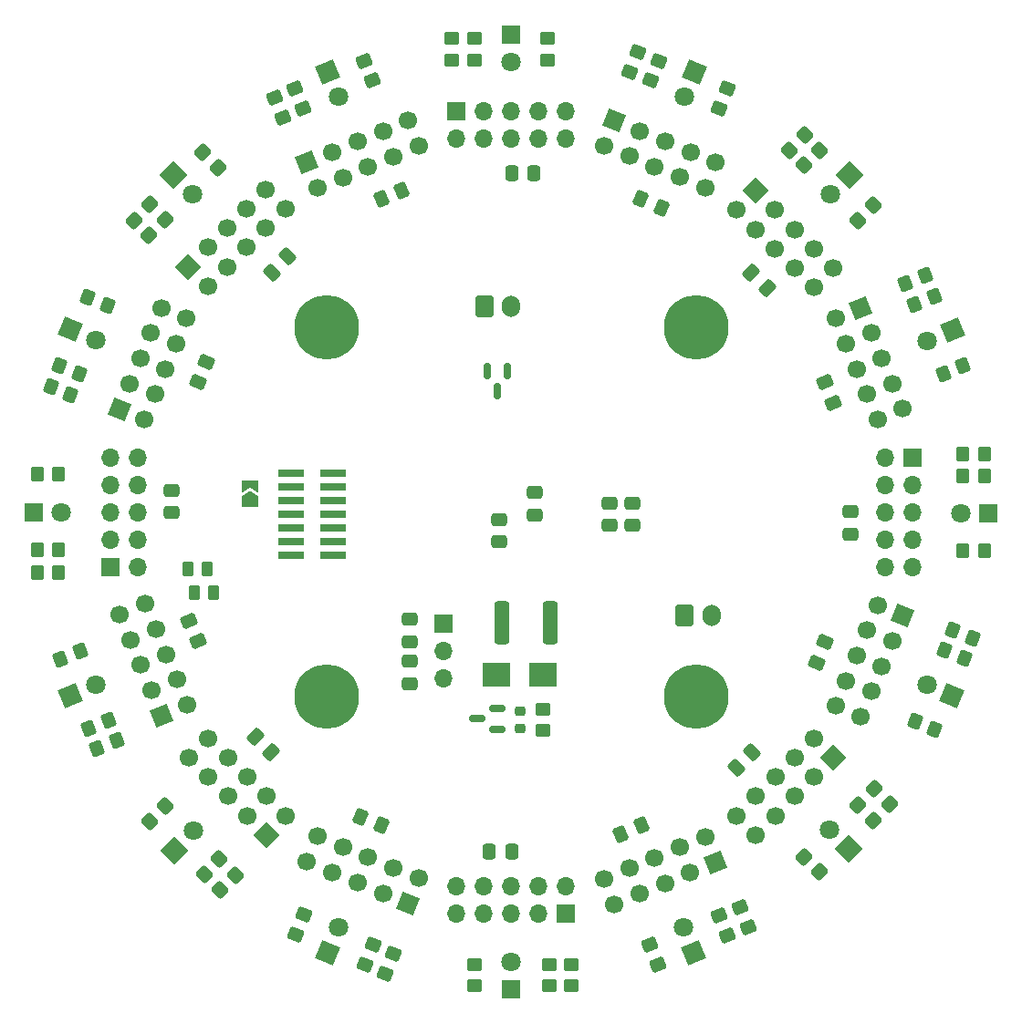
<source format=gts>
G04 #@! TF.GenerationSoftware,KiCad,Pcbnew,(6.0.8)*
G04 #@! TF.CreationDate,2022-11-17T16:59:53+01:00*
G04 #@! TF.ProjectId,detection_pcb,64657465-6374-4696-9f6e-5f7063622e6b,rev?*
G04 #@! TF.SameCoordinates,Original*
G04 #@! TF.FileFunction,Soldermask,Top*
G04 #@! TF.FilePolarity,Negative*
%FSLAX46Y46*%
G04 Gerber Fmt 4.6, Leading zero omitted, Abs format (unit mm)*
G04 Created by KiCad (PCBNEW (6.0.8)) date 2022-11-17 16:59:53*
%MOMM*%
%LPD*%
G01*
G04 APERTURE LIST*
G04 Aperture macros list*
%AMRoundRect*
0 Rectangle with rounded corners*
0 $1 Rounding radius*
0 $2 $3 $4 $5 $6 $7 $8 $9 X,Y pos of 4 corners*
0 Add a 4 corners polygon primitive as box body*
4,1,4,$2,$3,$4,$5,$6,$7,$8,$9,$2,$3,0*
0 Add four circle primitives for the rounded corners*
1,1,$1+$1,$2,$3*
1,1,$1+$1,$4,$5*
1,1,$1+$1,$6,$7*
1,1,$1+$1,$8,$9*
0 Add four rect primitives between the rounded corners*
20,1,$1+$1,$2,$3,$4,$5,0*
20,1,$1+$1,$4,$5,$6,$7,0*
20,1,$1+$1,$6,$7,$8,$9,0*
20,1,$1+$1,$8,$9,$2,$3,0*%
%AMHorizOval*
0 Thick line with rounded ends*
0 $1 width*
0 $2 $3 position (X,Y) of the first rounded end (center of the circle)*
0 $4 $5 position (X,Y) of the second rounded end (center of the circle)*
0 Add line between two ends*
20,1,$1,$2,$3,$4,$5,0*
0 Add two circle primitives to create the rounded ends*
1,1,$1,$2,$3*
1,1,$1,$4,$5*%
%AMRotRect*
0 Rectangle, with rotation*
0 The origin of the aperture is its center*
0 $1 length*
0 $2 width*
0 $3 Rotation angle, in degrees counterclockwise*
0 Add horizontal line*
21,1,$1,$2,0,0,$3*%
%AMFreePoly0*
4,1,6,1.000000,0.000000,0.500000,-0.750000,-0.500000,-0.750000,-0.500000,0.750000,0.500000,0.750000,1.000000,0.000000,1.000000,0.000000,$1*%
%AMFreePoly1*
4,1,6,0.500000,-0.750000,-0.650000,-0.750000,-0.150000,0.000000,-0.650000,0.750000,0.500000,0.750000,0.500000,-0.750000,0.500000,-0.750000,$1*%
G04 Aperture macros list end*
%ADD10RoundRect,0.250000X0.450000X-0.350000X0.450000X0.350000X-0.450000X0.350000X-0.450000X-0.350000X0*%
%ADD11RoundRect,0.250000X-0.574524X-0.097227X-0.097227X-0.574524X0.574524X0.097227X0.097227X0.574524X0*%
%ADD12FreePoly0,90.000000*%
%ADD13FreePoly1,90.000000*%
%ADD14RoundRect,0.250000X0.565685X0.070711X0.070711X0.565685X-0.565685X-0.070711X-0.070711X-0.565685X0*%
%ADD15RoundRect,0.250000X-0.475000X0.337500X-0.475000X-0.337500X0.475000X-0.337500X0.475000X0.337500X0*%
%ADD16RoundRect,0.250000X-0.565685X-0.070711X-0.070711X-0.565685X0.565685X0.070711X0.070711X0.565685X0*%
%ADD17RoundRect,0.250000X0.549685X-0.151150X0.281807X0.495565X-0.549685X0.151150X-0.281807X-0.495565X0*%
%ADD18RoundRect,0.250000X-0.600000X-0.750000X0.600000X-0.750000X0.600000X0.750000X-0.600000X0.750000X0*%
%ADD19O,1.700000X2.000000*%
%ADD20RoundRect,0.250000X0.567998X-0.130035X0.309687X0.493584X-0.567998X0.130035X-0.309687X-0.493584X0*%
%ADD21RoundRect,0.250000X-0.070711X0.565685X-0.565685X0.070711X0.070711X-0.565685X0.565685X-0.070711X0*%
%ADD22RoundRect,0.250000X-0.281807X0.495565X-0.549685X-0.151150X0.281807X-0.495565X0.549685X0.151150X0*%
%ADD23RoundRect,0.250000X-0.151150X-0.549685X0.495565X-0.281807X0.151150X0.549685X-0.495565X0.281807X0*%
%ADD24RotRect,1.700000X1.700000X157.500000*%
%ADD25HorizOval,1.700000X0.000000X0.000000X0.000000X0.000000X0*%
%ADD26RoundRect,0.250000X0.475000X-0.337500X0.475000X0.337500X-0.475000X0.337500X-0.475000X-0.337500X0*%
%ADD27RoundRect,0.250000X0.281807X-0.495565X0.549685X0.151150X-0.281807X0.495565X-0.549685X-0.151150X0*%
%ADD28RotRect,1.700000X1.700000X22.500000*%
%ADD29HorizOval,1.700000X0.000000X0.000000X0.000000X0.000000X0*%
%ADD30RoundRect,0.250000X-0.450000X0.350000X-0.450000X-0.350000X0.450000X-0.350000X0.450000X0.350000X0*%
%ADD31C,6.000000*%
%ADD32RoundRect,0.250000X0.070711X-0.565685X0.565685X-0.070711X-0.070711X0.565685X-0.565685X0.070711X0*%
%ADD33RotRect,1.700000X1.700000X45.000000*%
%ADD34HorizOval,1.700000X0.000000X0.000000X0.000000X0.000000X0*%
%ADD35RotRect,1.700000X1.700000X67.500000*%
%ADD36HorizOval,1.700000X0.000000X0.000000X0.000000X0.000000X0*%
%ADD37RoundRect,0.250000X-0.567998X0.130035X-0.309687X-0.493584X0.567998X-0.130035X0.309687X0.493584X0*%
%ADD38RoundRect,0.250000X0.309687X-0.493584X0.567998X0.130035X-0.309687X0.493584X-0.567998X-0.130035X0*%
%ADD39R,1.700000X1.700000*%
%ADD40O,1.700000X1.700000*%
%ADD41RoundRect,0.250000X0.337500X0.475000X-0.337500X0.475000X-0.337500X-0.475000X0.337500X-0.475000X0*%
%ADD42RoundRect,0.250000X0.574524X0.097227X0.097227X0.574524X-0.574524X-0.097227X-0.097227X-0.574524X0*%
%ADD43RotRect,1.700000X1.700000X292.500000*%
%ADD44HorizOval,1.700000X0.000000X0.000000X0.000000X0.000000X0*%
%ADD45RoundRect,0.150000X0.587500X0.150000X-0.587500X0.150000X-0.587500X-0.150000X0.587500X-0.150000X0*%
%ADD46RoundRect,0.250000X-0.337500X-0.475000X0.337500X-0.475000X0.337500X0.475000X-0.337500X0.475000X0*%
%ADD47RotRect,1.700000X1.700000X202.500000*%
%ADD48HorizOval,1.700000X0.000000X0.000000X0.000000X0.000000X0*%
%ADD49RoundRect,0.250000X0.495565X0.281807X-0.151150X0.549685X-0.495565X-0.281807X0.151150X-0.549685X0*%
%ADD50RoundRect,0.250000X-0.495565X-0.281807X0.151150X-0.549685X0.495565X0.281807X-0.151150X0.549685X0*%
%ADD51RoundRect,0.150000X-0.150000X0.587500X-0.150000X-0.587500X0.150000X-0.587500X0.150000X0.587500X0*%
%ADD52RoundRect,0.250000X-0.493584X-0.309687X0.130035X-0.567998X0.493584X0.309687X-0.130035X0.567998X0*%
%ADD53RoundRect,0.250000X0.493584X0.309687X-0.130035X0.567998X-0.493584X-0.309687X0.130035X-0.567998X0*%
%ADD54RoundRect,0.250000X-0.262500X-0.450000X0.262500X-0.450000X0.262500X0.450000X-0.262500X0.450000X0*%
%ADD55R,2.400000X0.740000*%
%ADD56RotRect,1.700000X1.700000X112.500000*%
%ADD57HorizOval,1.700000X0.000000X0.000000X0.000000X0.000000X0*%
%ADD58RoundRect,0.250000X-0.097227X0.574524X-0.574524X0.097227X0.097227X-0.574524X0.574524X-0.097227X0*%
%ADD59R,2.500000X2.300000*%
%ADD60RoundRect,0.250000X0.151150X0.549685X-0.495565X0.281807X-0.151150X-0.549685X0.495565X-0.281807X0*%
%ADD61RoundRect,0.218750X-0.256250X0.218750X-0.256250X-0.218750X0.256250X-0.218750X0.256250X0.218750X0*%
%ADD62RoundRect,0.250000X-0.350000X-0.450000X0.350000X-0.450000X0.350000X0.450000X-0.350000X0.450000X0*%
%ADD63RotRect,1.700000X1.700000X225.000000*%
%ADD64HorizOval,1.700000X0.000000X0.000000X0.000000X0.000000X0*%
%ADD65RoundRect,0.250000X0.350000X0.450000X-0.350000X0.450000X-0.350000X-0.450000X0.350000X-0.450000X0*%
%ADD66RoundRect,0.250000X-0.309687X0.493584X-0.567998X-0.130035X0.309687X-0.493584X0.567998X0.130035X0*%
%ADD67RoundRect,0.250000X-0.549685X0.151150X-0.281807X-0.495565X0.549685X-0.151150X0.281807X0.495565X0*%
%ADD68RoundRect,0.249750X-0.425250X-1.750250X0.425250X-1.750250X0.425250X1.750250X-0.425250X1.750250X0*%
%ADD69RoundRect,0.250000X0.130035X0.567998X-0.493584X0.309687X-0.130035X-0.567998X0.493584X-0.309687X0*%
%ADD70RotRect,1.700000X1.700000X135.000000*%
%ADD71HorizOval,1.700000X0.000000X0.000000X0.000000X0.000000X0*%
%ADD72RotRect,1.700000X1.700000X247.500000*%
%ADD73HorizOval,1.700000X0.000000X0.000000X0.000000X0.000000X0*%
%ADD74RotRect,1.700000X1.700000X315.000000*%
%ADD75HorizOval,1.700000X0.000000X0.000000X0.000000X0.000000X0*%
%ADD76RotRect,1.700000X1.700000X337.500000*%
%ADD77HorizOval,1.700000X0.000000X0.000000X0.000000X0.000000X0*%
%ADD78RoundRect,0.250000X-0.130035X-0.567998X0.493584X-0.309687X0.130035X0.567998X-0.493584X0.309687X0*%
%ADD79RoundRect,0.250000X0.097227X-0.574524X0.574524X-0.097227X-0.097227X0.574524X-0.574524X0.097227X0*%
%ADD80RoundRect,0.250000X0.262500X0.450000X-0.262500X0.450000X-0.262500X-0.450000X0.262500X-0.450000X0*%
%ADD81RotRect,1.800000X1.800000X45.000000*%
%ADD82C,1.800000*%
%ADD83R,1.800000X1.800000*%
%ADD84RotRect,1.800000X1.800000X337.500000*%
%ADD85RotRect,1.800000X1.800000X112.500000*%
%ADD86RotRect,1.800000X1.800000X315.000000*%
%ADD87RotRect,1.800000X1.800000X157.500000*%
%ADD88RotRect,1.800000X1.800000X225.000000*%
%ADD89RotRect,1.800000X1.800000X292.500000*%
%ADD90RotRect,1.800000X1.800000X202.500000*%
%ADD91RotRect,1.800000X1.800000X67.500000*%
%ADD92RotRect,1.800000X1.800000X247.500000*%
%ADD93RotRect,1.800000X1.800000X22.500000*%
%ADD94RotRect,1.800000X1.800000X135.000000*%
G04 APERTURE END LIST*
D10*
X144500000Y-60000000D03*
X144500000Y-58000000D03*
D11*
X126232754Y-122832754D03*
X127700000Y-124300000D03*
D12*
X125800000Y-101025000D03*
D13*
X125800000Y-99575000D03*
D14*
X117907107Y-74807107D03*
X116492893Y-73392893D03*
D15*
X161200000Y-101162500D03*
X161200000Y-103237500D03*
D16*
X183692893Y-127692893D03*
X185107107Y-129107107D03*
D17*
X163582683Y-144023880D03*
X162817317Y-142176120D03*
D18*
X166100000Y-111600000D03*
D19*
X168600000Y-111600000D03*
D20*
X179897034Y-91858525D03*
X179102966Y-89941475D03*
D15*
X140600000Y-111962500D03*
X140600000Y-114037500D03*
D21*
X124407107Y-135692893D03*
X122992893Y-137107107D03*
D22*
X139082683Y-142976120D03*
X138317317Y-144823880D03*
D23*
X108176120Y-115682683D03*
X110023880Y-114917317D03*
D24*
X113626129Y-92419901D03*
D25*
X115972783Y-93391917D03*
X114598145Y-90073247D03*
X116944799Y-91045263D03*
X115570161Y-87726593D03*
X117916815Y-88698609D03*
X116542177Y-85379939D03*
X118888831Y-86351955D03*
X117514193Y-83033285D03*
X119860847Y-84005301D03*
D26*
X181500000Y-104037500D03*
X181500000Y-101962500D03*
D17*
X130682683Y-64523880D03*
X129917317Y-62676120D03*
D27*
X161017317Y-61123880D03*
X161782683Y-59276120D03*
D28*
X182435828Y-83023390D03*
D29*
X180089174Y-83995406D03*
X183407844Y-85370044D03*
X181061190Y-86342060D03*
X184379860Y-87716698D03*
X182033206Y-88688714D03*
X185351876Y-90063352D03*
X183005222Y-91035368D03*
X186323892Y-92410006D03*
X183977237Y-93382022D03*
D15*
X159100000Y-101162500D03*
X159100000Y-103237500D03*
D10*
X146600000Y-146000000D03*
X146600000Y-144000000D03*
D30*
X153500000Y-144000000D03*
X153500000Y-146000000D03*
D31*
X132850000Y-119150000D03*
D32*
X177192893Y-69807107D03*
X178607107Y-68392893D03*
D33*
X172677639Y-72145228D03*
D34*
X170881588Y-73941279D03*
X174473690Y-73941279D03*
X172677639Y-75737330D03*
X176269741Y-75737330D03*
X174473690Y-77533382D03*
X178065793Y-77533382D03*
X176269741Y-79329433D03*
X179861844Y-79329433D03*
X178065793Y-81125484D03*
D35*
X159580099Y-65626129D03*
D36*
X158608083Y-67972783D03*
X161926753Y-66598145D03*
X160954737Y-68944799D03*
X164273407Y-67570161D03*
X163301391Y-69916815D03*
X166620061Y-68542177D03*
X165648045Y-70888831D03*
X168966715Y-69514193D03*
X167994699Y-71860847D03*
D37*
X120102966Y-112078975D03*
X120897034Y-113996025D03*
D31*
X167150000Y-119150000D03*
D16*
X121392893Y-68592893D03*
X122807107Y-70007107D03*
D38*
X178302966Y-115958525D03*
X179097034Y-114041475D03*
D27*
X162917317Y-61923880D03*
X163682683Y-60076120D03*
D30*
X155600000Y-144000000D03*
X155600000Y-146000000D03*
D39*
X112775000Y-107075000D03*
D40*
X115315000Y-107075000D03*
X112775000Y-104535000D03*
X115315000Y-104535000D03*
X112775000Y-101995000D03*
X115315000Y-101995000D03*
X112775000Y-99455000D03*
X115315000Y-99455000D03*
X112775000Y-96915000D03*
X115315000Y-96915000D03*
D21*
X122907107Y-134192893D03*
X121492893Y-135607107D03*
D41*
X152100000Y-70500000D03*
X150025000Y-70500000D03*
D26*
X140600000Y-117937500D03*
X140600000Y-115862500D03*
D42*
X173733623Y-81196123D03*
X172266377Y-79728877D03*
D43*
X168956709Y-134509699D03*
D44*
X167984693Y-132163045D03*
X166610055Y-135481715D03*
X165638039Y-133135061D03*
X164263401Y-136453731D03*
X163291385Y-134107077D03*
X161916747Y-137425747D03*
X160944731Y-135079093D03*
X159570093Y-138397763D03*
X158598077Y-136051108D03*
D45*
X148687500Y-122150000D03*
X148687500Y-120250000D03*
X146812500Y-121200000D03*
D30*
X153400000Y-58000000D03*
X153400000Y-60000000D03*
D46*
X147962500Y-133500000D03*
X150037500Y-133500000D03*
D47*
X117580987Y-120878001D03*
D48*
X119927641Y-119905985D03*
X116608971Y-118531347D03*
X118955625Y-117559331D03*
X115636955Y-116184693D03*
X117983609Y-115212677D03*
X114664939Y-113838039D03*
X117011593Y-112866023D03*
X113692923Y-111491385D03*
X116039578Y-110519369D03*
D49*
X109923880Y-89182683D03*
X108076120Y-88417317D03*
D14*
X178607107Y-135407107D03*
X177192893Y-133992893D03*
D50*
X190176120Y-114817317D03*
X192023880Y-115582683D03*
D32*
X116492893Y-130707107D03*
X117907107Y-129292893D03*
D21*
X183607107Y-73485786D03*
X182192893Y-74900000D03*
D51*
X149650000Y-88862500D03*
X147750000Y-88862500D03*
X148700000Y-90737500D03*
D10*
X146600000Y-60000000D03*
X146600000Y-58000000D03*
D52*
X136041475Y-130302966D03*
X137958525Y-131097034D03*
D53*
X163958525Y-73734534D03*
X162041475Y-72940466D03*
D54*
X120587500Y-109500000D03*
X122412500Y-109500000D03*
D10*
X152950000Y-122300000D03*
X152950000Y-120300000D03*
D32*
X175792893Y-68407107D03*
X177207107Y-66992893D03*
D27*
X130017317Y-141223880D03*
X130782683Y-139376120D03*
D55*
X129550000Y-98390000D03*
X133450000Y-98390000D03*
X129550000Y-99660000D03*
X133450000Y-99660000D03*
X129550000Y-100930000D03*
X133450000Y-100930000D03*
X129550000Y-102200000D03*
X133450000Y-102200000D03*
X129550000Y-103470000D03*
X133450000Y-103470000D03*
X129550000Y-104740000D03*
X133450000Y-104740000D03*
X129550000Y-106010000D03*
X133450000Y-106010000D03*
D56*
X131049983Y-69534333D03*
D57*
X132021999Y-71880987D03*
X133396637Y-68562317D03*
X134368653Y-70908971D03*
X135743291Y-67590301D03*
X136715307Y-69936955D03*
X138089945Y-66618285D03*
X139061961Y-68964939D03*
X140436599Y-65646269D03*
X141408615Y-67992924D03*
D15*
X152200000Y-100162500D03*
X152200000Y-102237500D03*
D58*
X129233623Y-78266377D03*
X127766377Y-79733623D03*
D49*
X189300000Y-122200000D03*
X187452240Y-121434634D03*
D59*
X148650000Y-117100000D03*
X152950000Y-117100000D03*
D60*
X191923880Y-88417317D03*
X190076120Y-89182683D03*
D39*
X144925000Y-64775000D03*
D40*
X144925000Y-67315000D03*
X147465000Y-64775000D03*
X147465000Y-67315000D03*
X150005000Y-64775000D03*
X150005000Y-67315000D03*
X152545000Y-64775000D03*
X152545000Y-67315000D03*
X155085000Y-64775000D03*
X155085000Y-67315000D03*
D61*
X150850000Y-120512500D03*
X150850000Y-122087500D03*
D62*
X191900000Y-98600000D03*
X193900000Y-98600000D03*
D39*
X155075000Y-139275000D03*
D40*
X155075000Y-136735000D03*
X152535000Y-139275000D03*
X152535000Y-136735000D03*
X149995000Y-139275000D03*
X149995000Y-136735000D03*
X147455000Y-139275000D03*
X147455000Y-136735000D03*
X144915000Y-139275000D03*
X144915000Y-136735000D03*
D63*
X127296051Y-131988154D03*
D64*
X129092102Y-130192103D03*
X125500000Y-130192103D03*
X127296051Y-128396052D03*
X123703949Y-128396052D03*
X125500000Y-126600000D03*
X121907897Y-126600000D03*
X123703949Y-124803949D03*
X120111846Y-124803949D03*
X121907897Y-123007898D03*
D18*
X147500000Y-82900000D03*
D19*
X150000000Y-82900000D03*
D16*
X182192893Y-129192893D03*
X183607107Y-130607107D03*
D65*
X108000000Y-105500000D03*
X106000000Y-105500000D03*
D66*
X121734534Y-88041475D03*
X120940466Y-89958525D03*
D31*
X132860000Y-84850000D03*
D67*
X171217317Y-138676120D03*
X171982683Y-140523880D03*
D62*
X191900000Y-105600000D03*
X193900000Y-105600000D03*
D15*
X118500000Y-99962500D03*
X118500000Y-102037500D03*
D39*
X143700000Y-112375000D03*
D40*
X143700000Y-114915000D03*
X143700000Y-117455000D03*
D14*
X116407107Y-76307107D03*
X114992893Y-74892893D03*
D67*
X136317317Y-60076120D03*
X137082683Y-61923880D03*
D68*
X149100000Y-112300000D03*
X153600000Y-112300000D03*
D69*
X139858525Y-72140466D03*
X137941475Y-72934534D03*
D23*
X187376120Y-82682683D03*
X189223880Y-81917317D03*
X186576120Y-80782683D03*
X188423880Y-80017317D03*
D70*
X120045228Y-79222362D03*
D71*
X121841279Y-81018413D03*
X121841279Y-77426311D03*
X123637330Y-79222362D03*
X123637330Y-75630260D03*
X125433382Y-77426311D03*
X125433382Y-73834208D03*
X127229433Y-75630260D03*
X127229433Y-72038157D03*
X129025484Y-73834208D03*
D50*
X190976120Y-112917317D03*
X192823880Y-113682683D03*
D22*
X170082683Y-62676120D03*
X169317317Y-64523880D03*
D65*
X108000000Y-107600000D03*
X106000000Y-107600000D03*
D72*
X140436599Y-138353731D03*
D73*
X141408615Y-136007077D03*
X138089945Y-137381715D03*
X139061961Y-135035061D03*
X135743291Y-136409699D03*
X136715307Y-134063045D03*
X133396637Y-135437683D03*
X134368653Y-133091029D03*
X131049983Y-134465667D03*
X132021999Y-132119013D03*
D74*
X179888154Y-124803949D03*
D75*
X178092103Y-123007898D03*
X178092103Y-126600000D03*
X176296052Y-124803949D03*
X176296052Y-128396051D03*
X174500000Y-126600000D03*
X174500000Y-130192103D03*
X172703949Y-128396051D03*
X172703949Y-131988154D03*
X170907898Y-130192103D03*
D62*
X106000000Y-98500000D03*
X108000000Y-98500000D03*
D76*
X186320065Y-111599234D03*
D77*
X183973411Y-110627218D03*
X185348049Y-113945888D03*
X183001395Y-112973872D03*
X184376033Y-116292542D03*
X182029379Y-115320526D03*
X183404017Y-118639196D03*
X181057363Y-117667180D03*
X182432001Y-120985850D03*
X180085347Y-120013834D03*
D78*
X160141475Y-131897034D03*
X162058525Y-131102966D03*
D50*
X110676120Y-82017317D03*
X112523880Y-82782683D03*
D62*
X191900000Y-96600000D03*
X193900000Y-96600000D03*
D15*
X148850000Y-102662500D03*
X148850000Y-104737500D03*
D22*
X137182683Y-142176120D03*
X136417317Y-144023880D03*
D39*
X187200000Y-96920000D03*
D40*
X184660000Y-96920000D03*
X187200000Y-99460000D03*
X184660000Y-99460000D03*
X187200000Y-102000000D03*
X184660000Y-102000000D03*
X187200000Y-104540000D03*
X184660000Y-104540000D03*
X187200000Y-107080000D03*
X184660000Y-107080000D03*
D49*
X109123880Y-91082683D03*
X107276120Y-90317317D03*
D79*
X170866377Y-125733623D03*
X172333623Y-124266377D03*
D17*
X128782683Y-65323880D03*
X128017317Y-63476120D03*
D60*
X112623880Y-121317317D03*
X110776120Y-122082683D03*
D80*
X121812500Y-107300000D03*
X119987500Y-107300000D03*
D31*
X167150000Y-84850000D03*
D60*
X113423880Y-123217317D03*
X111576120Y-123982683D03*
D67*
X169317317Y-139476120D03*
X170082683Y-141323880D03*
D81*
X118700000Y-133400000D03*
D82*
X120496051Y-131603949D03*
D83*
X150000000Y-146275000D03*
D82*
X150000000Y-143735000D03*
D83*
X150000000Y-57625000D03*
D82*
X150000000Y-60165000D03*
D83*
X194275000Y-102100000D03*
D82*
X191735000Y-102100000D03*
D84*
X109075000Y-85027984D03*
D82*
X111421654Y-86000000D03*
D85*
X166925000Y-142900000D03*
D82*
X165952984Y-140553346D03*
D86*
X118675000Y-70698439D03*
D82*
X120471051Y-72494490D03*
D87*
X190900000Y-119000000D03*
D82*
X188553346Y-118027984D03*
D88*
X181375000Y-70700000D03*
D82*
X179578949Y-72496051D03*
D89*
X133000000Y-61100000D03*
D82*
X133972016Y-63446654D03*
D90*
X190975000Y-85100000D03*
D82*
X188628346Y-86072016D03*
D91*
X133000000Y-142900000D03*
D82*
X133972016Y-140553346D03*
D92*
X167000000Y-61100000D03*
D82*
X166027984Y-63446654D03*
D83*
X105725000Y-102000000D03*
D82*
X108265000Y-102000000D03*
D93*
X109125000Y-119000000D03*
D82*
X111471654Y-118027984D03*
D94*
X181325000Y-133296051D03*
D82*
X179528949Y-131500000D03*
M02*

</source>
